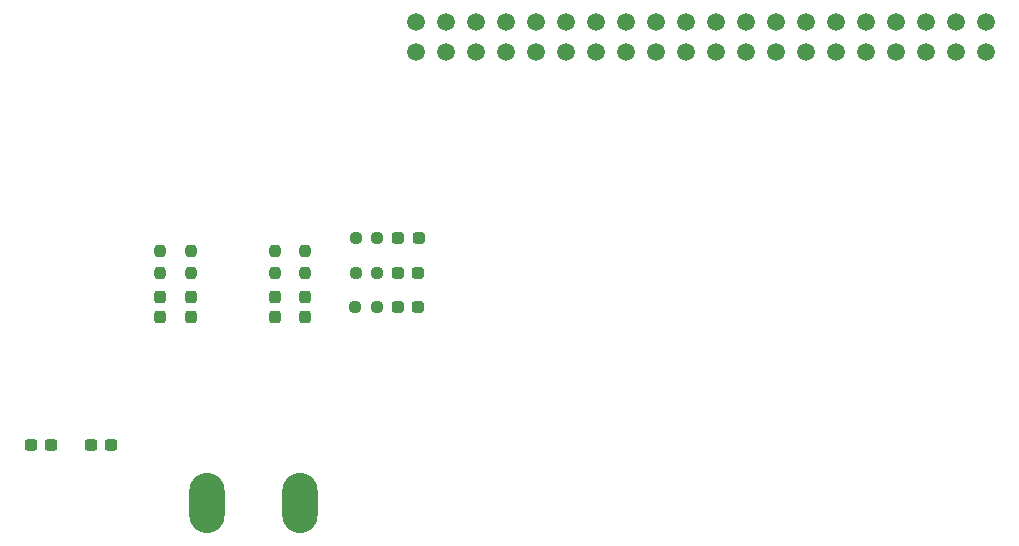
<source format=gtp>
G04 #@! TF.GenerationSoftware,KiCad,Pcbnew,(6.0.7)*
G04 #@! TF.CreationDate,2023-03-20T22:05:17-05:00*
G04 #@! TF.ProjectId,EquipmentServicingPanel_Hardware_2023_Rev1,45717569-706d-4656-9e74-536572766963,rev?*
G04 #@! TF.SameCoordinates,Original*
G04 #@! TF.FileFunction,Paste,Top*
G04 #@! TF.FilePolarity,Positive*
%FSLAX46Y46*%
G04 Gerber Fmt 4.6, Leading zero omitted, Abs format (unit mm)*
G04 Created by KiCad (PCBNEW (6.0.7)) date 2023-03-20 22:05:17*
%MOMM*%
%LPD*%
G01*
G04 APERTURE LIST*
G04 Aperture macros list*
%AMRoundRect*
0 Rectangle with rounded corners*
0 $1 Rounding radius*
0 $2 $3 $4 $5 $6 $7 $8 $9 X,Y pos of 4 corners*
0 Add a 4 corners polygon primitive as box body*
4,1,4,$2,$3,$4,$5,$6,$7,$8,$9,$2,$3,0*
0 Add four circle primitives for the rounded corners*
1,1,$1+$1,$2,$3*
1,1,$1+$1,$4,$5*
1,1,$1+$1,$6,$7*
1,1,$1+$1,$8,$9*
0 Add four rect primitives between the rounded corners*
20,1,$1+$1,$2,$3,$4,$5,0*
20,1,$1+$1,$4,$5,$6,$7,0*
20,1,$1+$1,$6,$7,$8,$9,0*
20,1,$1+$1,$8,$9,$2,$3,0*%
G04 Aperture macros list end*
%ADD10RoundRect,0.237500X-0.300000X-0.237500X0.300000X-0.237500X0.300000X0.237500X-0.300000X0.237500X0*%
%ADD11O,3.000000X5.100000*%
%ADD12RoundRect,0.237500X0.237500X-0.287500X0.237500X0.287500X-0.237500X0.287500X-0.237500X-0.287500X0*%
%ADD13RoundRect,0.237500X0.287500X0.237500X-0.287500X0.237500X-0.287500X-0.237500X0.287500X-0.237500X0*%
%ADD14RoundRect,0.237500X-0.237500X0.250000X-0.237500X-0.250000X0.237500X-0.250000X0.237500X0.250000X0*%
%ADD15RoundRect,0.237500X-0.250000X-0.237500X0.250000X-0.237500X0.250000X0.237500X-0.250000X0.237500X0*%
%ADD16C,1.520000*%
G04 APERTURE END LIST*
D10*
X94641500Y-128778000D03*
X96366500Y-128778000D03*
X89561500Y-128778000D03*
X91286500Y-128778000D03*
D11*
X112349000Y-133665000D03*
X104475000Y-133665000D03*
D12*
X110236000Y-117969000D03*
X110236000Y-116219000D03*
X112776000Y-117969000D03*
X112776000Y-116219000D03*
X103124000Y-117969000D03*
X103124000Y-116219000D03*
X100520500Y-117969000D03*
X100520500Y-116219000D03*
D13*
X122414000Y-111252000D03*
X120664000Y-111252000D03*
X122400000Y-114173000D03*
X120650000Y-114173000D03*
X122400000Y-117094000D03*
X120650000Y-117094000D03*
D14*
X110236000Y-112371500D03*
X110236000Y-114196500D03*
X112776000Y-112371500D03*
X112776000Y-114196500D03*
X103124000Y-112371500D03*
X103124000Y-114196500D03*
X100520500Y-112371500D03*
X100520500Y-114196500D03*
D15*
X117070500Y-111252000D03*
X118895500Y-111252000D03*
X117070500Y-114173000D03*
X118895500Y-114173000D03*
X117047000Y-117094000D03*
X118872000Y-117094000D03*
D16*
X122174000Y-95504000D03*
X122174000Y-92964000D03*
X124714000Y-95504000D03*
X124714000Y-92964000D03*
X127254000Y-95504000D03*
X127254000Y-92964000D03*
X129794000Y-95504000D03*
X129794000Y-92964000D03*
X132334000Y-95504000D03*
X132334000Y-92964000D03*
X134874000Y-95504000D03*
X134874000Y-92964000D03*
X137414000Y-95504000D03*
X137414000Y-92964000D03*
X139954000Y-95504000D03*
X139954000Y-92964000D03*
X142494000Y-95504000D03*
X142494000Y-92964000D03*
X145034000Y-95504000D03*
X145034000Y-92964000D03*
X147574000Y-95504000D03*
X147574000Y-92964000D03*
X150114000Y-95504000D03*
X150114000Y-92964000D03*
X152654000Y-95504000D03*
X152654000Y-92964000D03*
X155194000Y-95504000D03*
X155194000Y-92964000D03*
X157734000Y-95504000D03*
X157734000Y-92964000D03*
X160274000Y-95504000D03*
X160274000Y-92964000D03*
X162814000Y-95504000D03*
X162814000Y-92964000D03*
X165354000Y-95504000D03*
X165354000Y-92964000D03*
X167894000Y-95504000D03*
X167894000Y-92964000D03*
X170434000Y-95504000D03*
X170434000Y-92964000D03*
M02*

</source>
